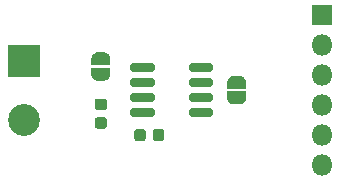
<source format=gbr>
%TF.GenerationSoftware,KiCad,Pcbnew,(5.1.6)-1*%
%TF.CreationDate,2020-11-19T21:10:57+01:00*%
%TF.ProjectId,rs485_transceiver,72733438-355f-4747-9261-6e7363656976,rev?*%
%TF.SameCoordinates,Original*%
%TF.FileFunction,Soldermask,Top*%
%TF.FilePolarity,Negative*%
%FSLAX46Y46*%
G04 Gerber Fmt 4.6, Leading zero omitted, Abs format (unit mm)*
G04 Created by KiCad (PCBNEW (5.1.6)-1) date 2020-11-19 21:10:57*
%MOMM*%
%LPD*%
G01*
G04 APERTURE LIST*
%ADD10C,0.100000*%
%ADD11O,1.800000X1.800000*%
%ADD12R,1.800000X1.800000*%
%ADD13C,2.700000*%
%ADD14R,2.700000X2.700000*%
G04 APERTURE END LIST*
%TO.C,U3*%
G36*
G01*
X180050000Y-116730000D02*
X180050000Y-117080000D01*
G75*
G02*
X179875000Y-117255000I-175000J0D01*
G01*
X178175000Y-117255000D01*
G75*
G02*
X178000000Y-117080000I0J175000D01*
G01*
X178000000Y-116730000D01*
G75*
G02*
X178175000Y-116555000I175000J0D01*
G01*
X179875000Y-116555000D01*
G75*
G02*
X180050000Y-116730000I0J-175000D01*
G01*
G37*
G36*
G01*
X180050000Y-115460000D02*
X180050000Y-115810000D01*
G75*
G02*
X179875000Y-115985000I-175000J0D01*
G01*
X178175000Y-115985000D01*
G75*
G02*
X178000000Y-115810000I0J175000D01*
G01*
X178000000Y-115460000D01*
G75*
G02*
X178175000Y-115285000I175000J0D01*
G01*
X179875000Y-115285000D01*
G75*
G02*
X180050000Y-115460000I0J-175000D01*
G01*
G37*
G36*
G01*
X180050000Y-114190000D02*
X180050000Y-114540000D01*
G75*
G02*
X179875000Y-114715000I-175000J0D01*
G01*
X178175000Y-114715000D01*
G75*
G02*
X178000000Y-114540000I0J175000D01*
G01*
X178000000Y-114190000D01*
G75*
G02*
X178175000Y-114015000I175000J0D01*
G01*
X179875000Y-114015000D01*
G75*
G02*
X180050000Y-114190000I0J-175000D01*
G01*
G37*
G36*
G01*
X180050000Y-112920000D02*
X180050000Y-113270000D01*
G75*
G02*
X179875000Y-113445000I-175000J0D01*
G01*
X178175000Y-113445000D01*
G75*
G02*
X178000000Y-113270000I0J175000D01*
G01*
X178000000Y-112920000D01*
G75*
G02*
X178175000Y-112745000I175000J0D01*
G01*
X179875000Y-112745000D01*
G75*
G02*
X180050000Y-112920000I0J-175000D01*
G01*
G37*
G36*
G01*
X185000000Y-112920000D02*
X185000000Y-113270000D01*
G75*
G02*
X184825000Y-113445000I-175000J0D01*
G01*
X183125000Y-113445000D01*
G75*
G02*
X182950000Y-113270000I0J175000D01*
G01*
X182950000Y-112920000D01*
G75*
G02*
X183125000Y-112745000I175000J0D01*
G01*
X184825000Y-112745000D01*
G75*
G02*
X185000000Y-112920000I0J-175000D01*
G01*
G37*
G36*
G01*
X185000000Y-114190000D02*
X185000000Y-114540000D01*
G75*
G02*
X184825000Y-114715000I-175000J0D01*
G01*
X183125000Y-114715000D01*
G75*
G02*
X182950000Y-114540000I0J175000D01*
G01*
X182950000Y-114190000D01*
G75*
G02*
X183125000Y-114015000I175000J0D01*
G01*
X184825000Y-114015000D01*
G75*
G02*
X185000000Y-114190000I0J-175000D01*
G01*
G37*
G36*
G01*
X185000000Y-115460000D02*
X185000000Y-115810000D01*
G75*
G02*
X184825000Y-115985000I-175000J0D01*
G01*
X183125000Y-115985000D01*
G75*
G02*
X182950000Y-115810000I0J175000D01*
G01*
X182950000Y-115460000D01*
G75*
G02*
X183125000Y-115285000I175000J0D01*
G01*
X184825000Y-115285000D01*
G75*
G02*
X185000000Y-115460000I0J-175000D01*
G01*
G37*
G36*
G01*
X185000000Y-116730000D02*
X185000000Y-117080000D01*
G75*
G02*
X184825000Y-117255000I-175000J0D01*
G01*
X183125000Y-117255000D01*
G75*
G02*
X182950000Y-117080000I0J175000D01*
G01*
X182950000Y-116730000D01*
G75*
G02*
X183125000Y-116555000I175000J0D01*
G01*
X184825000Y-116555000D01*
G75*
G02*
X185000000Y-116730000I0J-175000D01*
G01*
G37*
%TD*%
%TO.C,R19*%
G36*
G01*
X175781250Y-116700000D02*
X175218750Y-116700000D01*
G75*
G02*
X174975000Y-116456250I0J243750D01*
G01*
X174975000Y-115968750D01*
G75*
G02*
X175218750Y-115725000I243750J0D01*
G01*
X175781250Y-115725000D01*
G75*
G02*
X176025000Y-115968750I0J-243750D01*
G01*
X176025000Y-116456250D01*
G75*
G02*
X175781250Y-116700000I-243750J0D01*
G01*
G37*
G36*
G01*
X175781250Y-118275000D02*
X175218750Y-118275000D01*
G75*
G02*
X174975000Y-118031250I0J243750D01*
G01*
X174975000Y-117543750D01*
G75*
G02*
X175218750Y-117300000I243750J0D01*
G01*
X175781250Y-117300000D01*
G75*
G02*
X176025000Y-117543750I0J-243750D01*
G01*
X176025000Y-118031250D01*
G75*
G02*
X175781250Y-118275000I-243750J0D01*
G01*
G37*
%TD*%
D10*
%TO.C,JP14*%
G36*
X174700602Y-112343889D02*
G01*
X174700602Y-112325466D01*
X174700843Y-112320565D01*
X174705653Y-112271734D01*
X174706373Y-112266881D01*
X174715945Y-112218756D01*
X174717137Y-112213995D01*
X174731381Y-112167040D01*
X174733034Y-112162421D01*
X174751811Y-112117088D01*
X174753909Y-112112651D01*
X174777040Y-112069378D01*
X174779562Y-112065171D01*
X174806822Y-112024372D01*
X174809746Y-112020430D01*
X174840874Y-111982501D01*
X174844169Y-111978866D01*
X174878866Y-111944169D01*
X174882501Y-111940874D01*
X174920430Y-111909746D01*
X174924372Y-111906822D01*
X174965171Y-111879562D01*
X174969378Y-111877040D01*
X175012651Y-111853909D01*
X175017088Y-111851811D01*
X175062421Y-111833034D01*
X175067040Y-111831381D01*
X175113995Y-111817137D01*
X175118756Y-111815945D01*
X175166881Y-111806373D01*
X175171734Y-111805653D01*
X175220565Y-111800843D01*
X175225466Y-111800602D01*
X175243889Y-111800602D01*
X175250000Y-111800000D01*
X175750000Y-111800000D01*
X175756111Y-111800602D01*
X175774534Y-111800602D01*
X175779435Y-111800843D01*
X175828266Y-111805653D01*
X175833119Y-111806373D01*
X175881244Y-111815945D01*
X175886005Y-111817137D01*
X175932960Y-111831381D01*
X175937579Y-111833034D01*
X175982912Y-111851811D01*
X175987349Y-111853909D01*
X176030622Y-111877040D01*
X176034829Y-111879562D01*
X176075628Y-111906822D01*
X176079570Y-111909746D01*
X176117499Y-111940874D01*
X176121134Y-111944169D01*
X176155831Y-111978866D01*
X176159126Y-111982501D01*
X176190254Y-112020430D01*
X176193178Y-112024372D01*
X176220438Y-112065171D01*
X176222960Y-112069378D01*
X176246091Y-112112651D01*
X176248189Y-112117088D01*
X176266966Y-112162421D01*
X176268619Y-112167040D01*
X176282863Y-112213995D01*
X176284055Y-112218756D01*
X176293627Y-112266881D01*
X176294347Y-112271734D01*
X176299157Y-112320565D01*
X176299398Y-112325466D01*
X176299398Y-112343889D01*
X176300000Y-112350000D01*
X176300000Y-112850000D01*
X176299039Y-112859755D01*
X176296194Y-112869134D01*
X176291573Y-112877779D01*
X176285355Y-112885355D01*
X176277779Y-112891573D01*
X176269134Y-112896194D01*
X176259755Y-112899039D01*
X176250000Y-112900000D01*
X174750000Y-112900000D01*
X174740245Y-112899039D01*
X174730866Y-112896194D01*
X174722221Y-112891573D01*
X174714645Y-112885355D01*
X174708427Y-112877779D01*
X174703806Y-112869134D01*
X174700961Y-112859755D01*
X174700000Y-112850000D01*
X174700000Y-112350000D01*
X174700602Y-112343889D01*
G37*
G36*
X174700961Y-113140245D02*
G01*
X174703806Y-113130866D01*
X174708427Y-113122221D01*
X174714645Y-113114645D01*
X174722221Y-113108427D01*
X174730866Y-113103806D01*
X174740245Y-113100961D01*
X174750000Y-113100000D01*
X176250000Y-113100000D01*
X176259755Y-113100961D01*
X176269134Y-113103806D01*
X176277779Y-113108427D01*
X176285355Y-113114645D01*
X176291573Y-113122221D01*
X176296194Y-113130866D01*
X176299039Y-113140245D01*
X176300000Y-113150000D01*
X176300000Y-113650000D01*
X176299398Y-113656111D01*
X176299398Y-113674534D01*
X176299157Y-113679435D01*
X176294347Y-113728266D01*
X176293627Y-113733119D01*
X176284055Y-113781244D01*
X176282863Y-113786005D01*
X176268619Y-113832960D01*
X176266966Y-113837579D01*
X176248189Y-113882912D01*
X176246091Y-113887349D01*
X176222960Y-113930622D01*
X176220438Y-113934829D01*
X176193178Y-113975628D01*
X176190254Y-113979570D01*
X176159126Y-114017499D01*
X176155831Y-114021134D01*
X176121134Y-114055831D01*
X176117499Y-114059126D01*
X176079570Y-114090254D01*
X176075628Y-114093178D01*
X176034829Y-114120438D01*
X176030622Y-114122960D01*
X175987349Y-114146091D01*
X175982912Y-114148189D01*
X175937579Y-114166966D01*
X175932960Y-114168619D01*
X175886005Y-114182863D01*
X175881244Y-114184055D01*
X175833119Y-114193627D01*
X175828266Y-114194347D01*
X175779435Y-114199157D01*
X175774534Y-114199398D01*
X175756111Y-114199398D01*
X175750000Y-114200000D01*
X175250000Y-114200000D01*
X175243889Y-114199398D01*
X175225466Y-114199398D01*
X175220565Y-114199157D01*
X175171734Y-114194347D01*
X175166881Y-114193627D01*
X175118756Y-114184055D01*
X175113995Y-114182863D01*
X175067040Y-114168619D01*
X175062421Y-114166966D01*
X175017088Y-114148189D01*
X175012651Y-114146091D01*
X174969378Y-114122960D01*
X174965171Y-114120438D01*
X174924372Y-114093178D01*
X174920430Y-114090254D01*
X174882501Y-114059126D01*
X174878866Y-114055831D01*
X174844169Y-114021134D01*
X174840874Y-114017499D01*
X174809746Y-113979570D01*
X174806822Y-113975628D01*
X174779562Y-113934829D01*
X174777040Y-113930622D01*
X174753909Y-113887349D01*
X174751811Y-113882912D01*
X174733034Y-113837579D01*
X174731381Y-113832960D01*
X174717137Y-113786005D01*
X174715945Y-113781244D01*
X174706373Y-113733119D01*
X174705653Y-113728266D01*
X174700843Y-113679435D01*
X174700602Y-113674534D01*
X174700602Y-113656111D01*
X174700000Y-113650000D01*
X174700000Y-113150000D01*
X174700961Y-113140245D01*
G37*
%TD*%
%TO.C,JP8*%
G36*
X186200602Y-114343889D02*
G01*
X186200602Y-114325466D01*
X186200843Y-114320565D01*
X186205653Y-114271734D01*
X186206373Y-114266881D01*
X186215945Y-114218756D01*
X186217137Y-114213995D01*
X186231381Y-114167040D01*
X186233034Y-114162421D01*
X186251811Y-114117088D01*
X186253909Y-114112651D01*
X186277040Y-114069378D01*
X186279562Y-114065171D01*
X186306822Y-114024372D01*
X186309746Y-114020430D01*
X186340874Y-113982501D01*
X186344169Y-113978866D01*
X186378866Y-113944169D01*
X186382501Y-113940874D01*
X186420430Y-113909746D01*
X186424372Y-113906822D01*
X186465171Y-113879562D01*
X186469378Y-113877040D01*
X186512651Y-113853909D01*
X186517088Y-113851811D01*
X186562421Y-113833034D01*
X186567040Y-113831381D01*
X186613995Y-113817137D01*
X186618756Y-113815945D01*
X186666881Y-113806373D01*
X186671734Y-113805653D01*
X186720565Y-113800843D01*
X186725466Y-113800602D01*
X186743889Y-113800602D01*
X186750000Y-113800000D01*
X187250000Y-113800000D01*
X187256111Y-113800602D01*
X187274534Y-113800602D01*
X187279435Y-113800843D01*
X187328266Y-113805653D01*
X187333119Y-113806373D01*
X187381244Y-113815945D01*
X187386005Y-113817137D01*
X187432960Y-113831381D01*
X187437579Y-113833034D01*
X187482912Y-113851811D01*
X187487349Y-113853909D01*
X187530622Y-113877040D01*
X187534829Y-113879562D01*
X187575628Y-113906822D01*
X187579570Y-113909746D01*
X187617499Y-113940874D01*
X187621134Y-113944169D01*
X187655831Y-113978866D01*
X187659126Y-113982501D01*
X187690254Y-114020430D01*
X187693178Y-114024372D01*
X187720438Y-114065171D01*
X187722960Y-114069378D01*
X187746091Y-114112651D01*
X187748189Y-114117088D01*
X187766966Y-114162421D01*
X187768619Y-114167040D01*
X187782863Y-114213995D01*
X187784055Y-114218756D01*
X187793627Y-114266881D01*
X187794347Y-114271734D01*
X187799157Y-114320565D01*
X187799398Y-114325466D01*
X187799398Y-114343889D01*
X187800000Y-114350000D01*
X187800000Y-114850000D01*
X187799039Y-114859755D01*
X187796194Y-114869134D01*
X187791573Y-114877779D01*
X187785355Y-114885355D01*
X187777779Y-114891573D01*
X187769134Y-114896194D01*
X187759755Y-114899039D01*
X187750000Y-114900000D01*
X186250000Y-114900000D01*
X186240245Y-114899039D01*
X186230866Y-114896194D01*
X186222221Y-114891573D01*
X186214645Y-114885355D01*
X186208427Y-114877779D01*
X186203806Y-114869134D01*
X186200961Y-114859755D01*
X186200000Y-114850000D01*
X186200000Y-114350000D01*
X186200602Y-114343889D01*
G37*
G36*
X186200961Y-115140245D02*
G01*
X186203806Y-115130866D01*
X186208427Y-115122221D01*
X186214645Y-115114645D01*
X186222221Y-115108427D01*
X186230866Y-115103806D01*
X186240245Y-115100961D01*
X186250000Y-115100000D01*
X187750000Y-115100000D01*
X187759755Y-115100961D01*
X187769134Y-115103806D01*
X187777779Y-115108427D01*
X187785355Y-115114645D01*
X187791573Y-115122221D01*
X187796194Y-115130866D01*
X187799039Y-115140245D01*
X187800000Y-115150000D01*
X187800000Y-115650000D01*
X187799398Y-115656111D01*
X187799398Y-115674534D01*
X187799157Y-115679435D01*
X187794347Y-115728266D01*
X187793627Y-115733119D01*
X187784055Y-115781244D01*
X187782863Y-115786005D01*
X187768619Y-115832960D01*
X187766966Y-115837579D01*
X187748189Y-115882912D01*
X187746091Y-115887349D01*
X187722960Y-115930622D01*
X187720438Y-115934829D01*
X187693178Y-115975628D01*
X187690254Y-115979570D01*
X187659126Y-116017499D01*
X187655831Y-116021134D01*
X187621134Y-116055831D01*
X187617499Y-116059126D01*
X187579570Y-116090254D01*
X187575628Y-116093178D01*
X187534829Y-116120438D01*
X187530622Y-116122960D01*
X187487349Y-116146091D01*
X187482912Y-116148189D01*
X187437579Y-116166966D01*
X187432960Y-116168619D01*
X187386005Y-116182863D01*
X187381244Y-116184055D01*
X187333119Y-116193627D01*
X187328266Y-116194347D01*
X187279435Y-116199157D01*
X187274534Y-116199398D01*
X187256111Y-116199398D01*
X187250000Y-116200000D01*
X186750000Y-116200000D01*
X186743889Y-116199398D01*
X186725466Y-116199398D01*
X186720565Y-116199157D01*
X186671734Y-116194347D01*
X186666881Y-116193627D01*
X186618756Y-116184055D01*
X186613995Y-116182863D01*
X186567040Y-116168619D01*
X186562421Y-116166966D01*
X186517088Y-116148189D01*
X186512651Y-116146091D01*
X186469378Y-116122960D01*
X186465171Y-116120438D01*
X186424372Y-116093178D01*
X186420430Y-116090254D01*
X186382501Y-116059126D01*
X186378866Y-116055831D01*
X186344169Y-116021134D01*
X186340874Y-116017499D01*
X186309746Y-115979570D01*
X186306822Y-115975628D01*
X186279562Y-115934829D01*
X186277040Y-115930622D01*
X186253909Y-115887349D01*
X186251811Y-115882912D01*
X186233034Y-115837579D01*
X186231381Y-115832960D01*
X186217137Y-115786005D01*
X186215945Y-115781244D01*
X186206373Y-115733119D01*
X186205653Y-115728266D01*
X186200843Y-115679435D01*
X186200602Y-115674534D01*
X186200602Y-115656111D01*
X186200000Y-115650000D01*
X186200000Y-115150000D01*
X186200961Y-115140245D01*
G37*
%TD*%
D11*
%TO.C,J2*%
X194200000Y-121350000D03*
X194200000Y-118810000D03*
X194200000Y-116270000D03*
X194200000Y-113730000D03*
X194200000Y-111190000D03*
D12*
X194200000Y-108650000D03*
%TD*%
D13*
%TO.C,J1*%
X169000000Y-117500000D03*
D14*
X169000000Y-112500000D03*
%TD*%
%TO.C,C17*%
G36*
G01*
X179295000Y-118528750D02*
X179295000Y-119091250D01*
G75*
G02*
X179051250Y-119335000I-243750J0D01*
G01*
X178563750Y-119335000D01*
G75*
G02*
X178320000Y-119091250I0J243750D01*
G01*
X178320000Y-118528750D01*
G75*
G02*
X178563750Y-118285000I243750J0D01*
G01*
X179051250Y-118285000D01*
G75*
G02*
X179295000Y-118528750I0J-243750D01*
G01*
G37*
G36*
G01*
X180870000Y-118528750D02*
X180870000Y-119091250D01*
G75*
G02*
X180626250Y-119335000I-243750J0D01*
G01*
X180138750Y-119335000D01*
G75*
G02*
X179895000Y-119091250I0J243750D01*
G01*
X179895000Y-118528750D01*
G75*
G02*
X180138750Y-118285000I243750J0D01*
G01*
X180626250Y-118285000D01*
G75*
G02*
X180870000Y-118528750I0J-243750D01*
G01*
G37*
%TD*%
M02*

</source>
